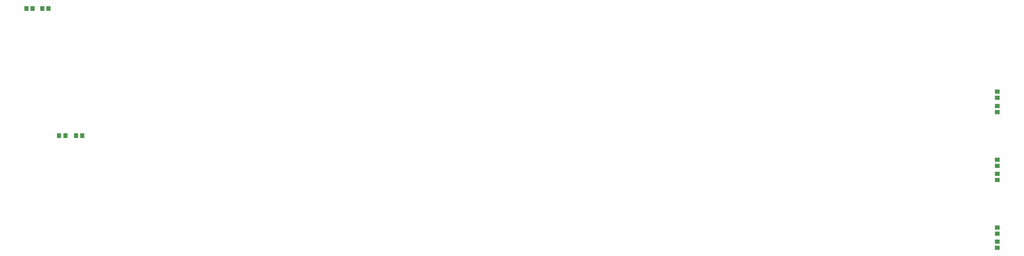
<source format=gbr>
%TF.GenerationSoftware,KiCad,Pcbnew,(5.1.0)-1*%
%TF.CreationDate,2019-04-30T15:13:16+08:00*%
%TF.ProjectId,keyboard,6b657962-6f61-4726-942e-6b696361645f,rev.C*%
%TF.SameCoordinates,PX3b67bd4PY97d81e8*%
%TF.FileFunction,Paste,Top*%
%TF.FilePolarity,Positive*%
%FSLAX46Y46*%
G04 Gerber Fmt 4.6, Leading zero omitted, Abs format (unit mm)*
G04 Created by KiCad (PCBNEW (5.1.0)-1) date 2019-04-30 15:13:16*
%MOMM*%
%LPD*%
G04 APERTURE LIST*
%ADD10R,1.160000X1.470000*%
%ADD11R,1.470000X1.160000*%
G04 APERTURE END LIST*
D10*
X76828400Y-102429000D03*
X75048400Y-102429000D03*
D11*
X345482920Y-95611660D03*
X345482920Y-93831660D03*
X345482920Y-115203810D03*
X345482920Y-113423810D03*
X345482920Y-134795960D03*
X345482920Y-133015960D03*
D10*
X71998340Y-65747900D03*
X70218340Y-65747900D03*
X81708300Y-102429000D03*
X79928300Y-102429000D03*
D11*
X345482920Y-91540060D03*
X345482920Y-89760060D03*
X345482920Y-109342010D03*
X345482920Y-111122010D03*
X345482920Y-128923960D03*
X345482920Y-130703960D03*
D10*
X65599540Y-65747900D03*
X67379540Y-65747900D03*
M02*

</source>
